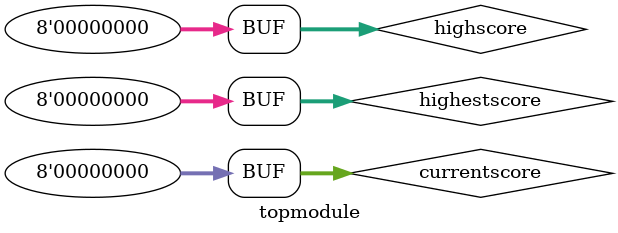
<source format=v>
`timescale 1ns / 1ps


module topmodule();

reg [7:0] highscore = 0; 
wire [7:0] highestscore = 0; 
wire [7:0] currentscore = 0;

highscore ct(.highscore(highscore), .currentscore(currentscore), .highestscore(highestscore));

always @(*) begin 
    highscore = highestscore; 
end 

endmodule

</source>
